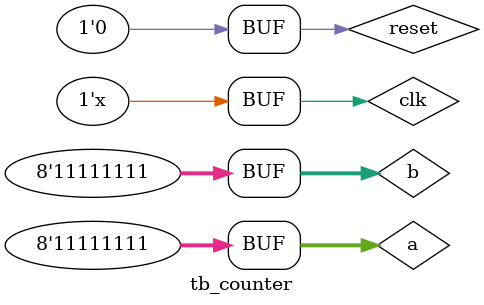
<source format=v>
`timescale 1ns / 1ps


module tb_counter ();

    reg clk, reset;
    reg [7:0] a, b;
    wire [7:0] fnd_data;
    wire [3:0] fnd_digit;
    wire c;

    top_adder dut (
        .clk(clk),
        .reset(reset),
        .a(a),
        .b(b),
        .fnd_digit(fnd_digit),
        .fnd_data(fnd_data),
        .c(c)

    );

    always #5 clk = ~clk;  // 5 나노마다 clk출력


    initial begin

        #0;
        clk = 0;
        reset = 1;
        a = 0;  
        b = 0;  

        #20;
        clk=0;
        reset =0;
        a=1;
        b=5;

        #20;
        clk=0;
        reset =0;
        a=10;
        b=20;

        #20;
        clk=0;
        reset =0;
        a=100;
        b=500;

        #20;
        clk=0;
        reset =0;
        a=255;
        b=255;
        

    end


endmodule

</source>
